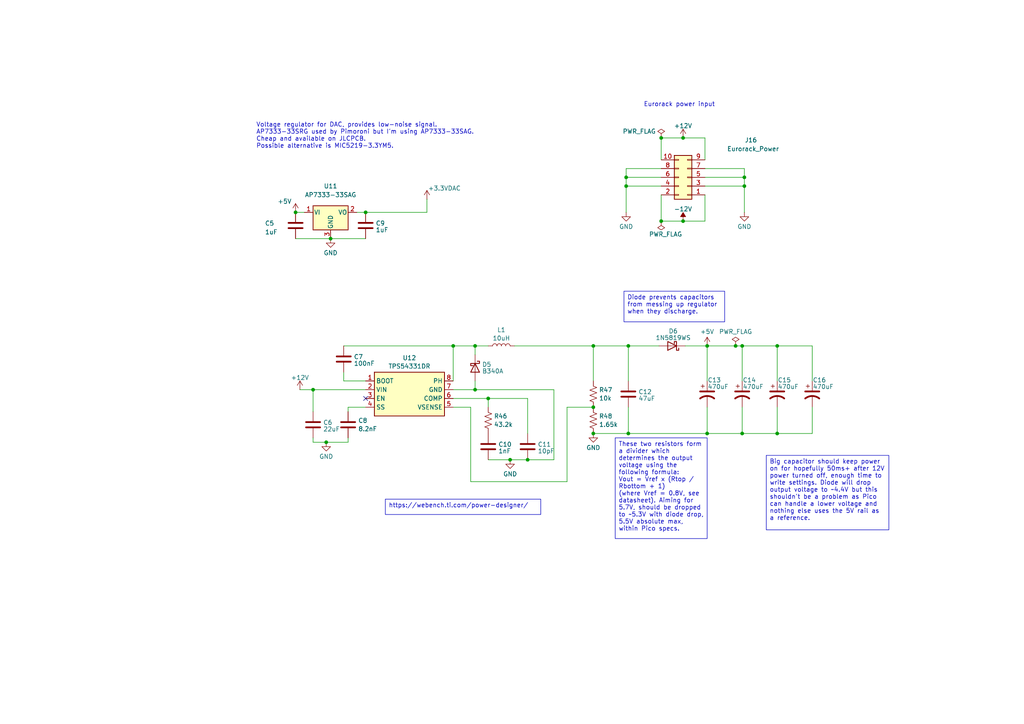
<source format=kicad_sch>
(kicad_sch (version 20250114) (generator "eeschema") (generator_version "9.0")
  (paper "A4")
  (lib_symbols
    (symbol "Connector_Generic:Conn_02x05_Odd_Even" (pin_names (offset 1.016) (hide yes))
      (property "Reference" "J" (at 1.27 7.62 0))
      (property "Value" "Conn_02x05_Odd_Even" (at 1.27 -7.62 0))
      (symbol "Conn_02x05_Odd_Even_1_1"
        (rectangle (start -1.27 6.35) (end 3.81 -6.35) (stroke (width 0.254)) (fill (type background)))
        (rectangle (start -1.27 5.207) (end 0 4.953) (stroke (width 0.1524)))
        (rectangle (start -1.27 2.667) (end 0 2.413) (stroke (width 0.1524)))
        (rectangle (start -1.27 0.127) (end 0 -0.127) (stroke (width 0.1524)))
        (rectangle (start -1.27 -2.413) (end 0 -2.667) (stroke (width 0.1524)))
        (rectangle (start -1.27 -4.953) (end 0 -5.207) (stroke (width 0.1524)))
        (rectangle (start 3.81 5.207) (end 2.54 4.953) (stroke (width 0.1524)))
        (rectangle (start 3.81 2.667) (end 2.54 2.413) (stroke (width 0.1524)))
        (rectangle (start 3.81 0.127) (end 2.54 -0.127) (stroke (width 0.1524)))
        (rectangle (start 3.81 -2.413) (end 2.54 -2.667) (stroke (width 0.1524)))
        (rectangle (start 3.81 -4.953) (end 2.54 -5.207) (stroke (width 0.1524)))
        (pin passive line (at -5.08 5.08 0) (length 3.81) (name "Pin_1") (number "1"))
        (pin passive line (at -5.08 2.54 0) (length 3.81) (name "Pin_3") (number "3"))
        (pin passive line (at -5.08 0 0) (length 3.81) (name "Pin_5") (number "5"))
        (pin passive line (at -5.08 -2.54 0) (length 3.81) (name "Pin_7") (number "7"))
        (pin passive line (at -5.08 -5.08 0) (length 3.81) (name "Pin_9") (number "9"))
        (pin passive line (at 7.62 5.08 180) (length 3.81) (name "Pin_2") (number "2"))
        (pin passive line (at 7.62 2.54 180) (length 3.81) (name "Pin_4") (number "4"))
        (pin passive line (at 7.62 0 180) (length 3.81) (name "Pin_6") (number "6"))
        (pin passive line (at 7.62 -2.54 180) (length 3.81) (name "Pin_8") (number "8"))
        (pin passive line (at 7.62 -5.08 180) (length 3.81) (name "Pin_10") (number "10"))
      )
    )
    (symbol "Device:C" (pin_numbers (hide yes)) (pin_names (offset 0.254))
      (property "Reference" "C" (at 0.635 2.54 0))
      (property "Value" "C" (at 0.635 -2.54 0))
      (symbol "C_0_1"
        (polyline (pts (xy -2.032 0.762) (xy 2.032 0.762)) (stroke (width 0.508)))
        (polyline (pts (xy -2.032 -0.762) (xy 2.032 -0.762)) (stroke (width 0.508)))
      )
      (symbol "C_1_1"
        (pin passive line (at 0 3.81 270) (length 2.794) (name "~") (number "1"))
        (pin passive line (at 0 -3.81 90) (length 2.794) (name "~") (number "2"))
      )
    )
    (symbol "Device:C_Polarized_US" (pin_numbers (hide yes)) (pin_names (offset 0.254) (hide yes))
      (property "Reference" "C" (at 0.635 2.54 0))
      (property "Value" "C_Polarized_US" (at 0.635 -2.54 0))
      (symbol "C_Polarized_US_0_1"
        (polyline (pts (xy -2.032 0.762) (xy 2.032 0.762)) (stroke (width 0.508)))
        (polyline (pts (xy -1.778 2.286) (xy -0.762 2.286)))
        (polyline (pts (xy -1.27 1.778) (xy -1.27 2.794)))
        (arc (start -2.032 -1.27) (mid 0 -0.5572) (end 2.032 -1.27) (stroke (width 0.508)))
      )
      (symbol "C_Polarized_US_1_1"
        (pin passive line (at 0 3.81 270) (length 2.794) (name "~") (number "1"))
        (pin passive line (at 0 -3.81 90) (length 3.302) (name "~") (number "2"))
      )
    )
    (symbol "Device:L" (pin_numbers (hide yes)) (pin_names (offset 1.016) (hide yes))
      (property "Reference" "L" (at -1.27 0 90))
      (property "Value" "L" (at 1.905 0 90))
      (symbol "L_0_1"
        (arc (start 0 2.54) (mid 0.6323 1.905) (end 0 1.27))
        (arc (start 0 1.27) (mid 0.6323 0.635) (end 0 0))
        (arc (start 0 0) (mid 0.6323 -0.635) (end 0 -1.27))
        (arc (start 0 -1.27) (mid 0.6323 -1.905) (end 0 -2.54))
      )
      (symbol "L_1_1"
        (pin passive line (at 0 3.81 270) (length 1.27) (name "1") (number "1"))
        (pin passive line (at 0 -3.81 90) (length 1.27) (name "2") (number "2"))
      )
    )
    (symbol "Device:R_US" (pin_numbers (hide yes)) (pin_names (offset 0))
      (property "Reference" "R" (at 2.54 0 90))
      (property "Value" "R_US" (at -2.54 0 90))
      (symbol "R_US_0_1"
        (polyline (pts (xy 0 2.286) (xy 0 2.54)))
        (polyline (pts (xy 0 2.286) (xy 1.016 1.905) (xy 0 1.524) (xy -1.016 1.143) (xy 0 0.762)))
        (polyline (pts (xy 0 0.762) (xy 1.016 0.381) (xy 0 0) (xy -1.016 -0.381) (xy 0 -0.762)))
        (polyline (pts (xy 0 -0.762) (xy 1.016 -1.143) (xy 0 -1.524) (xy -1.016 -1.905) (xy 0 -2.286)))
        (polyline (pts (xy 0 -2.286) (xy 0 -2.54)))
      )
      (symbol "R_US_1_1"
        (pin passive line (at 0 3.81 270) (length 1.27) (name "~") (number "1"))
        (pin passive line (at 0 -3.81 90) (length 1.27) (name "~") (number "2"))
      )
    )
    (symbol "Diode:1N5819WS" (pin_numbers (hide yes)) (pin_names (offset 1.016) (hide yes))
      (property "Reference" "D" (at 0 2.54 0))
      (property "Value" "1N5819WS" (at 0 -2.54 0))
      (symbol "1N5819WS_0_1"
        (polyline (pts (xy -1.905 0.635) (xy -1.905 1.27) (xy -1.27 1.27) (xy -1.27 -1.27) (xy -0.635 -1.27) (xy -0.635 -0.635)) (stroke (width 0.254)))
        (polyline (pts (xy 1.27 1.27) (xy 1.27 -1.27) (xy -1.27 0) (xy 1.27 1.27)) (stroke (width 0.254)))
        (polyline (pts (xy 1.27 0) (xy -1.27 0)))
      )
      (symbol "1N5819WS_1_1"
        (pin passive line (at -3.81 0 0) (length 2.54) (name "K") (number "1"))
        (pin passive line (at 3.81 0 180) (length 2.54) (name "A") (number "2"))
      )
    )
    (symbol "Diode:B340" (pin_numbers (hide yes)) (pin_names (offset 1.016) (hide yes))
      (property "Reference" "D" (at 0 2.54 0))
      (property "Value" "B340" (at 0 -2.54 0))
      (symbol "B340_0_1"
        (polyline (pts (xy -1.905 0.635) (xy -1.905 1.27) (xy -1.27 1.27) (xy -1.27 -1.27) (xy -0.635 -1.27) (xy -0.635 -0.635)) (stroke (width 0.254)))
        (polyline (pts (xy 1.27 1.27) (xy 1.27 -1.27) (xy -1.27 0) (xy 1.27 1.27)) (stroke (width 0.254)))
        (polyline (pts (xy 1.27 0) (xy -1.27 0)))
      )
      (symbol "B340_1_1"
        (pin passive line (at -3.81 0 0) (length 2.54) (name "K") (number "1"))
        (pin passive line (at 3.81 0 180) (length 2.54) (name "A") (number "2"))
      )
    )
    (symbol "dk2:AP7333-33SAG" (pin_names (offset 0.254))
      (property "Reference" "U11" (at 0 7.62 0))
      (property "Value" "AP7333-33SAG" (at 0 5.08 0))
      (symbol "AP7333-33SAG_0_1"
        (rectangle (start -5.08 -5.08) (end 5.08 1.905) (stroke (width 0.254)) (fill (type background)))
      )
      (symbol "AP7333-33SAG_1_1"
        (pin power_in line (at -7.62 0 0) (length 2.54) (name "VI") (number "1"))
        (pin power_in line (at 0 -7.62 90) (length 2.54) (name "GND") (number "3"))
        (pin power_out line (at 7.62 0 180) (length 2.54) (name "VO") (number "2"))
      )
    )
    (symbol "dk2:TPS54331DR"
      (property "Reference" "U12" (at 0 10.6299 0))
      (property "Value" "TPS54331DR" (at 0 8.7089 0))
      (symbol "TPS54331DR_0_1"
        (rectangle (start -10.16 7.62) (end 10.16 -5.08) (stroke (width 0.254)) (fill (type background)))
      )
      (symbol "TPS54331DR_1_1"
        (pin input line (at -12.7 5.08 0) (length 2.54) (name "BOOT") (number "1"))
        (pin power_in line (at -12.7 2.54 0) (length 2.54) (name "VIN") (number "2"))
        (pin input line (at -12.7 0 0) (length 2.54) (name "EN") (number "3"))
        (pin input line (at -12.7 -2.54 0) (length 2.54) (name "SS") (number "4"))
        (pin output line (at 12.7 5.08 180) (length 2.54) (name "PH") (number "8"))
        (pin power_in line (at 12.7 2.54 180) (length 2.54) (name "GND") (number "7"))
        (pin input line (at 12.7 0 180) (length 2.54) (name "COMP") (number "6"))
        (pin input line (at 12.7 -2.54 180) (length 2.54) (name "VSENSE") (number "5"))
      )
    )
    (symbol "power:+12V" (power) (pin_numbers (hide yes)) (pin_names (offset 0) (hide yes))
      (property "Value" "+12V" (at 0 3.556 0))
      (symbol "+12V_0_1"
        (polyline (pts (xy -0.762 1.27) (xy 0 2.54)))
        (polyline (pts (xy 0 2.54) (xy 0.762 1.27)))
        (polyline (pts (xy 0 0) (xy 0 2.54)))
      )
      (symbol "+12V_1_1"
        (pin power_in line (at 0 0 90) (length 0) (name "~") (number "1"))
      )
    )
    (symbol "power:+3.3VDAC" (power) (pin_numbers (hide yes)) (pin_names (offset 0) (hide yes))
      (property "Value" "+3.3VDAC" (at 0 3.556 0))
      (symbol "+3.3VDAC_0_0"
        (pin power_in line (at 0 0 90) (length 0) (name "~") (number "1"))
      )
      (symbol "+3.3VDAC_0_1"
        (polyline (pts (xy -0.762 1.27) (xy 0 2.54)))
        (polyline (pts (xy 0 2.54) (xy 0.762 1.27)))
        (polyline (pts (xy 0 0) (xy 0 2.54)))
      )
    )
    (symbol "power:+5V" (power) (pin_numbers (hide yes)) (pin_names (offset 0) (hide yes))
      (property "Value" "+5V" (at 0 3.556 0))
      (symbol "+5V_0_1"
        (polyline (pts (xy -0.762 1.27) (xy 0 2.54)))
        (polyline (pts (xy 0 2.54) (xy 0.762 1.27)))
        (polyline (pts (xy 0 0) (xy 0 2.54)))
      )
      (symbol "+5V_1_1"
        (pin power_in line (at 0 0 90) (length 0) (name "~") (number "1"))
      )
    )
    (symbol "power:-12V" (power) (pin_numbers (hide yes)) (pin_names (offset 0) (hide yes))
      (property "Value" "-12V" (at 0 3.556 0))
      (symbol "-12V_0_0"
        (pin power_in line (at 0 0 90) (length 0) (name "~") (number "1"))
      )
      (symbol "-12V_0_1"
        (polyline (pts (xy 0 0) (xy 0 1.27) (xy 0.762 1.27) (xy 0 2.54) (xy -0.762 1.27) (xy 0 1.27)) (fill (type outline)))
      )
    )
    (symbol "power:GND" (power) (pin_numbers (hide yes)) (pin_names (offset 0) (hide yes))
      (property "Value" "GND" (at 0 -3.81 0))
      (symbol "GND_0_1"
        (polyline (pts (xy 0 0) (xy 0 -1.27) (xy 1.27 -1.27) (xy 0 -2.54) (xy -1.27 -1.27) (xy 0 -1.27)))
      )
      (symbol "GND_1_1"
        (pin power_in line (at 0 0 270) (length 0) (name "~") (number "1"))
      )
    )
    (symbol "power:PWR_FLAG" (power) (pin_numbers (hide yes)) (pin_names (offset 0) (hide yes))
      (property "Value" "PWR_FLAG" (at 0 3.81 0))
      (symbol "PWR_FLAG_0_0"
        (pin power_out line (at 0 0 90) (length 0) (name "pwr") (number "1"))
      )
      (symbol "PWR_FLAG_0_1"
        (polyline (pts (xy 0 0) (xy 0 1.27) (xy -1.016 1.905) (xy 0 2.54) (xy 1.016 1.905) (xy 0 1.27)))
      )
    )
  )
  (text "Eurorack power input" (at 186.69 31.115 0) (effects (font (size 1.27 1.27)) (justify left bottom)))
  (text "Voltage regulator for DAC, provides low-noise signal.\nAP7333-33SRG used by Pimoroni but I'm using AP7333-33SAG.\nCheap and available on JLCPCB.\nPossible alternative is MIC5219-3.3YM5." (at 74.295 43.18 0) (effects (font (size 1.27 1.27)) (justify left bottom)))
  (text_box "https://webench.ti.com/power-designer/" (at 111.76 144.78 0) (size 45.085 4.445) (margins 0.9525 0.9525 0.9525 0.9525) (effects (font (size 1.27 1.27)) (justify left top)))
  (text_box "Diode prevents capacitors from messing up regulator when they discharge." (at 180.975 84.455 0) (size 29.21 8.89) (margins 0.9525 0.9525 0.9525 0.9525) (effects (font (size 1.27 1.27)) (justify left top)))
  (text_box "These two resistors form a divider which determines the output voltage using the following formula:\nVout = Vref x (Rtop / Rbottom + 1)\n(where Vref = 0.8V, see datasheet). Aiming for 5.7V, should be dropped to ~5.3V with diode drop, 5.5V absolute max, within Pico specs." (at 178.435 127 0) (size 26.67 29.21) (margins 0.9525 0.9525 0.9525 0.9525) (effects (font (size 1.27 1.27)) (justify left top)))
  (text_box "Big capacitor should keep power on for hopefully 50ms+ after 12V power turned off, enough time to write settings. Diode will drop output voltage to ~4.4V but this shouldn't be a problem as Pico can handle a lower voltage and nothing else uses the 5V rail as a reference." (at 222.25 132.08 0) (size 35.56 21.59) (margins 0.9525 0.9525 0.9525 0.9525) (effects (font (size 1.27 1.27)) (justify left top)))
  (junction (at 147.955 133.35))
  (junction (at 225.425 100.33))
  (junction (at 131.445 100.33))
  (junction (at 172.085 125.73))
  (junction (at 182.245 100.33))
  (junction (at 215.9 51.435))
  (junction (at 153.035 133.35))
  (junction (at 181.61 51.435))
  (junction (at 141.605 115.57))
  (junction (at 215.265 125.73))
  (junction (at 106.045 61.595))
  (junction (at 198.12 40.005))
  (junction (at 95.885 69.215))
  (junction (at 215.9 53.975))
  (junction (at 205.105 100.33))
  (junction (at 181.61 53.975))
  (junction (at 191.77 40.005))
  (junction (at 90.805 113.03))
  (junction (at 137.795 113.03))
  (junction (at 137.795 100.33))
  (junction (at 225.425 125.73))
  (junction (at 94.615 128.27))
  (junction (at 198.12 64.135))
  (junction (at 182.245 125.73))
  (junction (at 191.77 64.135))
  (junction (at 213.36 100.33))
  (junction (at 85.725 61.595))
  (junction (at 205.105 125.73))
  (junction (at 172.085 118.11))
  (junction (at 215.265 100.33))
  (junction (at 172.085 100.33))
  (no_connect (at 106.045 115.57))
  (wire (pts (xy 172.085 100.33) (xy 182.245 100.33)))
  (wire (pts (xy 235.585 100.33) (xy 235.585 110.49)))
  (wire (pts (xy 90.805 128.27) (xy 94.615 128.27)))
  (wire (pts (xy 204.47 53.975) (xy 215.9 53.975)))
  (wire (pts (xy 191.77 56.515) (xy 191.77 64.135)))
  (wire (pts (xy 85.725 61.595) (xy 88.265 61.595)))
  (wire (pts (xy 225.425 125.73) (xy 215.265 125.73)))
  (wire (pts (xy 225.425 118.11) (xy 225.425 125.73)))
  (wire (pts (xy 90.805 127) (xy 90.805 128.27)))
  (wire (pts (xy 198.755 100.33) (xy 205.105 100.33)))
  (wire (pts (xy 215.265 118.11) (xy 215.265 125.73)))
  (wire (pts (xy 213.36 100.33) (xy 215.265 100.33)))
  (wire (pts (xy 153.035 133.35) (xy 160.655 133.35)))
  (wire (pts (xy 131.445 113.03) (xy 137.795 113.03)))
  (wire (pts (xy 225.425 100.33) (xy 225.425 110.49)))
  (wire (pts (xy 160.655 133.35) (xy 160.655 113.03)))
  (wire (pts (xy 131.445 100.33) (xy 137.795 100.33)))
  (wire (pts (xy 100.965 119.38) (xy 100.965 118.11)))
  (wire (pts (xy 103.505 61.595) (xy 106.045 61.595)))
  (wire (pts (xy 204.47 40.005) (xy 204.47 46.355)))
  (wire (pts (xy 90.805 113.03) (xy 106.045 113.03)))
  (wire (pts (xy 182.245 100.33) (xy 182.245 110.49)))
  (wire (pts (xy 136.525 139.7) (xy 164.465 139.7)))
  (wire (pts (xy 141.605 115.57) (xy 153.035 115.57)))
  (wire (pts (xy 106.045 110.49) (xy 99.695 110.49)))
  (wire (pts (xy 181.61 51.435) (xy 181.61 53.975)))
  (wire (pts (xy 131.445 110.49) (xy 131.445 100.33)))
  (wire (pts (xy 215.9 53.975) (xy 215.9 61.595)))
  (wire (pts (xy 164.465 118.11) (xy 172.085 118.11)))
  (wire (pts (xy 85.725 69.215) (xy 95.885 69.215)))
  (wire (pts (xy 172.085 100.33) (xy 172.085 110.49)))
  (wire (pts (xy 191.77 64.135) (xy 198.12 64.135)))
  (wire (pts (xy 172.085 125.73) (xy 182.245 125.73)))
  (wire (pts (xy 100.965 118.11) (xy 106.045 118.11)))
  (wire (pts (xy 131.445 115.57) (xy 141.605 115.57)))
  (wire (pts (xy 137.795 113.03) (xy 137.795 110.49)))
  (wire (pts (xy 191.77 40.005) (xy 198.12 40.005)))
  (wire (pts (xy 94.615 128.27) (xy 100.965 128.27)))
  (wire (pts (xy 141.605 115.57) (xy 141.605 118.11)))
  (wire (pts (xy 235.585 125.73) (xy 225.425 125.73)))
  (wire (pts (xy 131.445 118.11) (xy 136.525 118.11)))
  (wire (pts (xy 215.9 48.895) (xy 215.9 51.435)))
  (wire (pts (xy 86.995 113.03) (xy 90.805 113.03)))
  (wire (pts (xy 137.795 100.33) (xy 137.795 102.87)))
  (wire (pts (xy 164.465 139.7) (xy 164.465 118.11)))
  (wire (pts (xy 182.245 125.73) (xy 205.105 125.73)))
  (wire (pts (xy 205.105 100.33) (xy 213.36 100.33)))
  (wire (pts (xy 204.47 48.895) (xy 215.9 48.895)))
  (wire (pts (xy 90.805 119.38) (xy 90.805 113.03)))
  (wire (pts (xy 182.245 100.33) (xy 191.135 100.33)))
  (wire (pts (xy 131.445 100.33) (xy 99.695 100.33)))
  (wire (pts (xy 137.795 113.03) (xy 160.655 113.03)))
  (wire (pts (xy 100.965 128.27) (xy 100.965 127)))
  (wire (pts (xy 181.61 48.895) (xy 181.61 51.435)))
  (wire (pts (xy 205.105 100.33) (xy 205.105 110.49)))
  (wire (pts (xy 191.77 48.895) (xy 181.61 48.895)))
  (wire (pts (xy 181.61 53.975) (xy 181.61 61.595)))
  (wire (pts (xy 147.955 133.35) (xy 153.035 133.35)))
  (wire (pts (xy 191.77 46.355) (xy 191.77 40.005)))
  (wire (pts (xy 198.12 64.135) (xy 204.47 64.135)))
  (wire (pts (xy 123.825 61.595) (xy 123.825 57.785)))
  (wire (pts (xy 106.045 61.595) (xy 123.825 61.595)))
  (wire (pts (xy 141.605 133.35) (xy 147.955 133.35)))
  (wire (pts (xy 215.9 51.435) (xy 215.9 53.975)))
  (wire (pts (xy 95.885 69.215) (xy 106.045 69.215)))
  (wire (pts (xy 215.265 125.73) (xy 205.105 125.73)))
  (wire (pts (xy 137.795 100.33) (xy 141.605 100.33)))
  (wire (pts (xy 205.105 118.11) (xy 205.105 125.73)))
  (wire (pts (xy 191.77 51.435) (xy 181.61 51.435)))
  (wire (pts (xy 99.695 110.49) (xy 99.695 107.95)))
  (wire (pts (xy 215.265 100.33) (xy 225.425 100.33)))
  (wire (pts (xy 215.265 100.33) (xy 215.265 110.49)))
  (wire (pts (xy 149.225 100.33) (xy 172.085 100.33)))
  (wire (pts (xy 136.525 118.11) (xy 136.525 139.7)))
  (wire (pts (xy 182.245 125.73) (xy 182.245 118.11)))
  (wire (pts (xy 204.47 51.435) (xy 215.9 51.435)))
  (wire (pts (xy 191.77 53.975) (xy 181.61 53.975)))
  (wire (pts (xy 225.425 100.33) (xy 235.585 100.33)))
  (wire (pts (xy 153.035 115.57) (xy 153.035 125.73)))
  (wire (pts (xy 198.12 40.005) (xy 204.47 40.005)))
  (wire (pts (xy 204.47 64.135) (xy 204.47 56.515)))
  (wire (pts (xy 235.585 118.11) (xy 235.585 125.73)))
  (symbol (lib_id "power:+3.3VDAC") (at 123.825 57.785 0) (unit 1)
    (property "Reference" "#PWR061" (effects (hide yes)))
    (property "Value" "+3.3VDAC" (at 128.905 54.61 0))
    (property "Description" "Power symbol creates a global label with name \"+3.3VDAC\"" (effects (hide yes)))
  )
  (symbol (lib_id "power:PWR_FLAG") (at 191.77 64.135 0) (mirror x) (unit 1)
    (property "Reference" "#FLG02" (effects (hide yes)))
    (property "Value" "PWR_FLAG" (at 193.04 67.945 0))
  )
  (symbol (lib_id "Device:C") (at 106.045 65.405 0) (unit 1)
    (property "Reference" "C9" (at 108.966 64.7613 0) (effects (justify left)))
    (property "Value" "1uF" (at 108.966 66.6823 0) (effects (justify left)))
    (property "Footprint" "Capacitor_SMD:C_0603_1608Metric" (effects (hide yes)))
  )
  (symbol (lib_id "Device:C") (at 141.605 129.54 0) (unit 1)
    (property "Reference" "C10" (at 144.526 128.8963 0) (effects (justify left)))
    (property "Value" "1nF" (at 144.526 130.8173 0) (effects (justify left)))
    (property "Footprint" "Capacitor_SMD:C_0603_1608Metric" (effects (hide yes)))
  )
  (symbol (lib_id "dk2:AP7333-33SAG") (at 95.885 61.595 0) (unit 1)
    (property "Reference" "U11" (at 95.885 53.975 0))
    (property "Value" "AP7333-33SAG" (at 95.885 56.515 0))
    (property "Footprint" "Package_TO_SOT_SMD:SOT-23" (effects (hide yes)))
    (property "Datasheet" "http://www.zlgmcu.com/Sipex/LDO/PDF/spx2920.pdf" (effects (hide yes)))
  )
  (symbol (lib_id "Device:C_Polarized_US") (at 225.425 114.3 0) (unit 1)
    (property "Reference" "C15" (at 225.552 110.236 0) (effects (justify left)))
    (property "Value" "470uF" (at 225.552 112.157 0) (effects (justify left)))
    (property "Footprint" "Capacitor_SMD:CP_Elec_6.3x7.7" (effects (hide yes)))
  )
  (symbol (lib_id "power:+5V") (at 85.725 61.595 0) (unit 1)
    (property "Reference" "#PWR057" (effects (hide yes)))
    (property "Value" "+5V" (at 82.55 58.42 0))
    (property "Description" "Power symbol creates a global label with name \"+5V\"" (effects (hide yes)))
  )
  (symbol (lib_id "Device:C_Polarized_US") (at 205.105 114.3 0) (unit 1)
    (property "Reference" "C13" (at 205.232 110.236 0) (effects (justify left)))
    (property "Value" "470uF" (at 205.232 112.157 0) (effects (justify left)))
    (property "Footprint" "Capacitor_SMD:CP_Elec_6.3x7.7" (effects (hide yes)))
  )
  (symbol (lib_id "Device:C") (at 153.035 129.54 0) (unit 1)
    (property "Reference" "C11" (at 155.956 128.8963 0) (effects (justify left)))
    (property "Value" "10pF" (at 155.956 130.8173 0) (effects (justify left)))
    (property "Footprint" "Capacitor_SMD:C_0603_1608Metric" (effects (hide yes)))
  )
  (symbol (lib_id "Device:C") (at 100.965 123.19 0) (unit 1)
    (property "Reference" "C8" (at 103.886 121.9778 0) (effects (justify left)))
    (property "Value" "8.2nF" (at 103.886 124.4021 0) (effects (justify left)))
    (property "Footprint" "Capacitor_SMD:C_0603_1608Metric" (effects (hide yes)))
  )
  (symbol (lib_id "power:GND") (at 95.885 69.215 0) (unit 1)
    (property "Reference" "#PWR060" (effects (hide yes)))
    (property "Value" "GND" (at 95.885 73.3481 0))
    (property "Description" "Power symbol creates a global label with name \"GND\" , ground" (effects (hide yes)))
  )
  (symbol (lib_id "power:GND") (at 94.615 128.27 0) (unit 1)
    (property "Reference" "#PWR059" (effects (hide yes)))
    (property "Value" "GND" (at 94.615 132.4031 0))
    (property "Description" "Power symbol creates a global label with name \"GND\" , ground" (effects (hide yes)))
  )
  (symbol (lib_id "power:GND") (at 181.61 61.595 0) (mirror y) (unit 1)
    (property "Reference" "#PWR064" (effects (hide yes)))
    (property "Value" "GND" (at 181.61 65.7281 0))
    (property "Description" "Power symbol creates a global label with name \"GND\" , ground" (effects (hide yes)))
  )
  (symbol (lib_id "Device:L") (at 145.415 100.33 90) (unit 1)
    (property "Reference" "L1" (at 145.415 95.6802 90))
    (property "Value" "10uH" (at 145.415 98.1045 90))
    (property "Footprint" "Inductor_SMD:L_Sunlord_SWPA6045S" (effects (hide yes)))
  )
  (symbol (lib_id "power:+5V") (at 205.105 100.33 0) (unit 1)
    (property "Reference" "#PWR067" (effects (hide yes)))
    (property "Value" "+5V" (at 205.105 96.1969 0))
    (property "Description" "Power symbol creates a global label with name \"+5V\"" (effects (hide yes)))
  )
  (symbol (lib_id "Diode:B340") (at 137.795 106.68 270) (unit 1)
    (property "Reference" "D5" (at 139.827 105.7188 90) (effects (justify left)))
    (property "Value" "B340A" (at 139.827 107.6398 90) (effects (justify left)))
    (property "Footprint" "Diode_SMD:D_SMA" (effects (hide yes)))
    (property "Datasheet" "http://www.jameco.com/Jameco/Products/ProdDS/1538777.pdf" (effects (hide yes)))
  )
  (symbol (lib_id "Device:C") (at 182.245 114.3 0) (unit 1)
    (property "Reference" "C12" (at 185.166 113.6563 0) (effects (justify left)))
    (property "Value" "47uF" (at 185.166 115.5773 0) (effects (justify left)))
    (property "Footprint" "Capacitor_SMD:C_1210_3225Metric" (effects (hide yes)))
  )
  (symbol (lib_id "Device:C_Polarized_US") (at 215.265 114.3 0) (unit 1)
    (property "Reference" "C14" (at 215.392 110.236 0) (effects (justify left)))
    (property "Value" "470uF" (at 215.392 112.157 0) (effects (justify left)))
    (property "Footprint" "Capacitor_SMD:CP_Elec_6.3x7.7" (effects (hide yes)))
  )
  (symbol (lib_id "Device:C_Polarized_US") (at 235.585 114.3 0) (unit 1)
    (property "Reference" "C16" (at 235.712 110.236 0) (effects (justify left)))
    (property "Value" "470uF" (at 235.712 112.157 0) (effects (justify left)))
    (property "Footprint" "Capacitor_SMD:CP_Elec_6.3x7.7" (effects (hide yes)))
  )
  (symbol (lib_id "Device:C") (at 85.725 65.405 0) (unit 1)
    (property "Reference" "C5" (at 76.835 64.77 0) (effects (justify left)))
    (property "Value" "1uF" (at 76.835 67.31 0) (effects (justify left)))
    (property "Footprint" "Capacitor_SMD:C_0603_1608Metric" (effects (hide yes)))
  )
  (symbol (lib_id "power:PWR_FLAG") (at 213.36 100.33 0) (unit 1)
    (property "Reference" "#FLG03" (effects (hide yes)))
    (property "Value" "PWR_FLAG" (at 213.36 96.1969 0))
    (property "Description" "Special symbol for telling ERC where power comes from" (effects (hide yes)))
  )
  (symbol (lib_id "power:PWR_FLAG") (at 191.77 40.005 0) (unit 1)
    (property "Reference" "#FLG01" (effects (hide yes)))
    (property "Value" "PWR_FLAG" (at 185.42 38.1 0))
  )
  (symbol (lib_id "power:GND") (at 172.085 125.73 0) (unit 1)
    (property "Reference" "#PWR063" (effects (hide yes)))
    (property "Value" "GND" (at 172.085 129.8631 0))
    (property "Description" "Power symbol creates a global label with name \"GND\" , ground" (effects (hide yes)))
  )
  (symbol (lib_id "power:-12V") (at 198.12 64.135 0) (unit 1)
    (property "Reference" "#PWR066" (effects (hide yes)))
    (property "Value" "-12V" (at 198.12 60.6331 0))
    (property "Description" "Power symbol creates a global label with name \"-12V\"" (effects (hide yes)))
  )
  (symbol (lib_id "power:+12V") (at 86.995 113.03 0) (unit 1)
    (property "Reference" "#PWR058" (effects (hide yes)))
    (property "Value" "+12V" (at 86.995 109.5281 0))
    (property "Description" "Power symbol creates a global label with name \"+12V\"" (effects (hide yes)))
  )
  (symbol (lib_id "power:+12V") (at 198.12 40.005 0) (unit 1)
    (property "Reference" "#PWR065" (effects (hide yes)))
    (property "Value" "+12V" (at 198.12 36.5031 0))
    (property "Description" "Power symbol creates a global label with name \"+12V\"" (effects (hide yes)))
  )
  (symbol (lib_id "Connector_Generic:Conn_02x05_Odd_Even") (at 199.39 51.435 180) (unit 1)
    (property "Reference" "J16" (at 217.805 40.64 0))
    (property "Value" "Eurorack_Power" (at 218.44 43.18 0))
    (property "Footprint" "Connector_IDC:IDC-Header_2x05_P2.54mm_Vertical" (effects (hide yes)))
  )
  (symbol (lib_id "dk2:TPS54331DR") (at 118.745 115.57 0) (unit 1)
    (property "Reference" "U12" (at 118.745 103.8055 0))
    (property "Value" "TPS54331DR" (at 118.745 106.2298 0))
    (property "Footprint" "Package_SO:SOIC-8_3.9x4.9mm_P1.27mm" (effects (hide yes)))
    (property "Datasheet" "http://www.ti.com/lit/ds/symlink/tps54331.pdf" (effects (hide yes)))
  )
  (symbol (lib_id "Device:R_US") (at 141.605 121.92 0) (unit 1)
    (property "Reference" "R46" (at 143.256 120.7078 0) (effects (justify left)))
    (property "Value" "43.2k" (at 143.256 123.1321 0) (effects (justify left)))
    (property "Footprint" "Resistor_SMD:R_0603_1608Metric" (effects (hide yes)))
  )
  (symbol (lib_id "Device:R_US") (at 172.085 121.92 0) (unit 1)
    (property "Reference" "R48" (at 173.736 120.7078 0) (effects (justify left)))
    (property "Value" "1.65k" (at 173.736 123.1321 0) (effects (justify left)))
    (property "Footprint" "Resistor_SMD:R_0603_1608Metric" (effects (hide yes)))
  )
  (symbol (lib_id "power:GND") (at 147.955 133.35 0) (unit 1)
    (property "Reference" "#PWR062" (effects (hide yes)))
    (property "Value" "GND" (at 147.955 137.4831 0))
    (property "Description" "Power symbol creates a global label with name \"GND\" , ground" (effects (hide yes)))
  )
  (symbol (lib_id "Device:C") (at 99.695 104.14 0) (unit 1)
    (property "Reference" "C7" (at 102.616 103.4963 0) (effects (justify left)))
    (property "Value" "100nF" (at 102.616 105.4173 0) (effects (justify left)))
    (property "Footprint" "Capacitor_SMD:C_0603_1608Metric" (effects (hide yes)))
  )
  (symbol (lib_id "Device:R_US") (at 172.085 114.3 0) (unit 1)
    (property "Reference" "R47" (at 173.736 113.0878 0) (effects (justify left)))
    (property "Value" "10k" (at 173.736 115.5121 0) (effects (justify left)))
    (property "Footprint" "Resistor_SMD:R_0603_1608Metric" (effects (hide yes)))
  )
  (symbol (lib_id "Device:C") (at 90.805 123.19 0) (unit 1)
    (property "Reference" "C6" (at 93.726 122.5463 0) (effects (justify left)))
    (property "Value" "22uF" (at 93.726 124.4673 0) (effects (justify left)))
    (property "Footprint" "Capacitor_SMD:C_0805_2012Metric" (effects (hide yes)))
  )
  (symbol (lib_id "Diode:1N5819WS") (at 194.945 100.33 180) (unit 1)
    (property "Reference" "D6" (at 195.2625 96.0501 0))
    (property "Value" "1N5819WS" (at 195.2625 97.9711 0))
    (property "Footprint" "Diode_SMD:D_SOD-323" (effects (hide yes)))
    (property "Datasheet" "https://datasheet.lcsc.com/lcsc/2204281430_Guangdong-Hottech-1N5819WS_C191023.pdf" (effects (hide yes)))
  )
  (symbol (lib_id "power:GND") (at 215.9 61.595 0) (unit 1)
    (property "Reference" "#PWR068" (effects (hide yes)))
    (property "Value" "GND" (at 215.9 65.7281 0))
    (property "Description" "Power symbol creates a global label with name \"GND\" , ground" (effects (hide yes)))
  )
)
</source>
